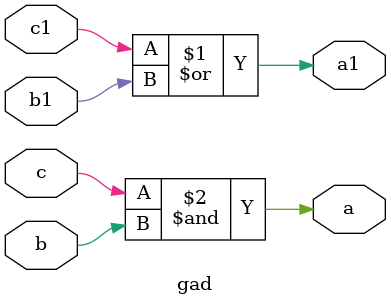
<source format=sv>
module gad(a,a1,b,c,b1,c1);
input b,c,b1,c1;
output logic a,a1;
// Instantiate OR gate with inertial delay 3
or #3 gg1(a1,c1,b1);
// Instantiate AND gate with rise=2, fall=1 inertial delay
and #(2,1) gg2(a,c,b);
endmodule
</source>
